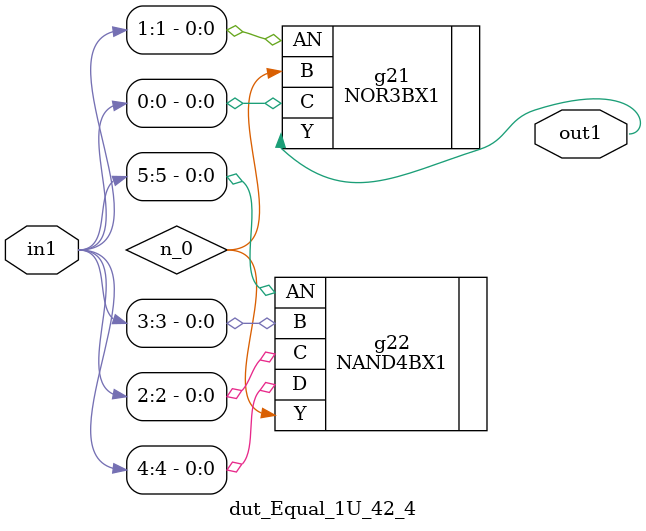
<source format=v>
`timescale 1ps / 1ps


module dut_Equal_1U_42_4(in1, out1);
  input [5:0] in1;
  output out1;
  wire [5:0] in1;
  wire out1;
  wire n_0;
  NOR3BX1 g21(.AN (in1[1]), .B (n_0), .C (in1[0]), .Y (out1));
  NAND4BX1 g22(.AN (in1[5]), .B (in1[3]), .C (in1[2]), .D (in1[4]), .Y
       (n_0));
endmodule



</source>
